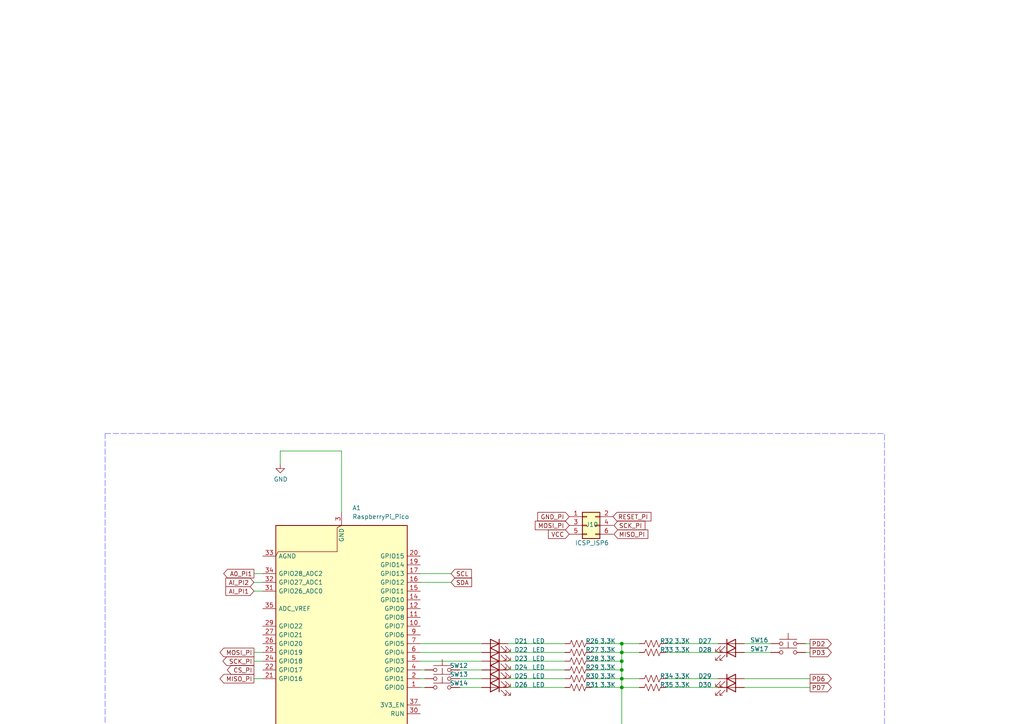
<source format=kicad_sch>
(kicad_sch (version 20250114) (generator "eeschema") (generator_version "9.0")
  (paper "A4")
  (lib_symbols
    (symbol "Connector_Generic:Conn_02x03_Odd_Even" (pin_names (offset 1.016) (hide yes))
      (property "Reference" "J" (at 1.27 5.08 0))
      (property "Value" "Conn_02x03_Odd_Even" (at 1.27 -5.08 0))
      (symbol "Conn_02x03_Odd_Even_1_1"
        (rectangle (start -1.27 3.81) (end 3.81 -3.81) (stroke (width 0.254)) (fill (type background)))
        (rectangle (start -1.27 2.667) (end 0 2.413) (stroke (width 0.1524)))
        (rectangle (start -1.27 0.127) (end 0 -0.127) (stroke (width 0.1524)))
        (rectangle (start -1.27 -2.413) (end 0 -2.667) (stroke (width 0.1524)))
        (rectangle (start 3.81 2.667) (end 2.54 2.413) (stroke (width 0.1524)))
        (rectangle (start 3.81 0.127) (end 2.54 -0.127) (stroke (width 0.1524)))
        (rectangle (start 3.81 -2.413) (end 2.54 -2.667) (stroke (width 0.1524)))
        (pin passive line (at -5.08 2.54 0) (length 3.81) (name "Pin_1") (number "1"))
        (pin passive line (at -5.08 0 0) (length 3.81) (name "Pin_3") (number "3"))
        (pin passive line (at -5.08 -2.54 0) (length 3.81) (name "Pin_5") (number "5"))
        (pin passive line (at 7.62 2.54 180) (length 3.81) (name "Pin_2") (number "2"))
        (pin passive line (at 7.62 0 180) (length 3.81) (name "Pin_4") (number "4"))
        (pin passive line (at 7.62 -2.54 180) (length 3.81) (name "Pin_6") (number "6"))
      )
    )
    (symbol "Device:LED" (pin_numbers (hide yes)) (pin_names (offset 1.016) (hide yes))
      (property "Reference" "D" (at 0 2.54 0))
      (property "Value" "LED" (at 0 -2.54 0))
      (symbol "LED_0_1"
        (polyline (pts (xy -3.048 -0.762) (xy -4.572 -2.286) (xy -3.81 -2.286) (xy -4.572 -2.286) (xy -4.572 -1.524)))
        (polyline (pts (xy -1.778 -0.762) (xy -3.302 -2.286) (xy -2.54 -2.286) (xy -3.302 -2.286) (xy -3.302 -1.524)))
        (polyline (pts (xy -1.27 0) (xy 1.27 0)))
        (polyline (pts (xy -1.27 -1.27) (xy -1.27 1.27)) (stroke (width 0.254)))
        (polyline (pts (xy 1.27 -1.27) (xy 1.27 1.27) (xy -1.27 0) (xy 1.27 -1.27)) (stroke (width 0.254)))
      )
      (symbol "LED_1_1"
        (pin passive line (at -3.81 0 0) (length 2.54) (name "K") (number "1"))
        (pin passive line (at 3.81 0 180) (length 2.54) (name "A") (number "2"))
      )
    )
    (symbol "Device:R_US" (pin_numbers (hide yes)) (pin_names (offset 0))
      (property "Reference" "R" (at 2.54 0 90))
      (property "Value" "R_US" (at -2.54 0 90))
      (symbol "R_US_0_1"
        (polyline (pts (xy 0 2.286) (xy 0 2.54)))
        (polyline (pts (xy 0 2.286) (xy 1.016 1.905) (xy 0 1.524) (xy -1.016 1.143) (xy 0 0.762)))
        (polyline (pts (xy 0 0.762) (xy 1.016 0.381) (xy 0 0) (xy -1.016 -0.381) (xy 0 -0.762)))
        (polyline (pts (xy 0 -0.762) (xy 1.016 -1.143) (xy 0 -1.524) (xy -1.016 -1.905) (xy 0 -2.286)))
        (polyline (pts (xy 0 -2.286) (xy 0 -2.54)))
      )
      (symbol "R_US_1_1"
        (pin passive line (at 0 3.81 270) (length 1.27) (name "~") (number "1"))
        (pin passive line (at 0 -3.81 90) (length 1.27) (name "~") (number "2"))
      )
    )
    (symbol "MCU_Module:RaspberryPi_Pico" (pin_names (offset 0.762))
      (property "Reference" "A" (at -19.05 35.56 0))
      (property "Value" "RaspberryPi_Pico" (at 7.62 35.56 0))
      (symbol "RaspberryPi_Pico_0_1"
        (rectangle (start -19.05 34.29) (end 19.05 -31.75) (stroke (width 0.254)) (fill (type background)))
        (polyline (pts (xy -5.08 34.29) (xy -3.81 33.655) (xy -3.81 31.75) (xy -3.175 31.75)))
        (polyline (pts (xy -3.429 32.766) (xy -3.429 33.02) (xy -3.175 33.02) (xy -3.175 30.48) (xy -2.921 30.48) (xy -2.921 30.734)))
        (polyline (pts (xy -3.175 31.75) (xy -1.905 33.02) (xy -1.905 30.48) (xy -3.175 31.75)))
        (polyline (pts (xy 0 34.29) (xy -1.27 33.655) (xy -1.27 31.75) (xy -1.905 31.75)))
        (polyline (pts (xy 0 -31.75) (xy 1.27 -31.115) (xy 1.27 -24.13) (xy 18.415 -24.13) (xy 19.05 -22.86)))
      )
      (symbol "RaspberryPi_Pico_1_1"
        (pin passive line (at -22.86 22.86 0) (length 3.81) (name "RUN") (number "30"))
        (pin passive line (at -22.86 20.32 0) (length 3.81) (name "3V3_EN") (number "37"))
        (pin bidirectional line (at -22.86 15.24 0) (length 3.81) (name "GPIO0") (number "1"))
        (pin bidirectional line (at -22.86 12.7 0) (length 3.81) (name "GPIO1") (number "2"))
        (pin bidirectional line (at -22.86 10.16 0) (length 3.81) (name "GPIO2") (number "4"))
        (pin bidirectional line (at -22.86 7.62 0) (length 3.81) (name "GPIO3") (number "5"))
        (pin bidirectional line (at -22.86 5.08 0) (length 3.81) (name "GPIO4") (number "6"))
        (pin bidirectional line (at -22.86 2.54 0) (length 3.81) (name "GPIO5") (number "7"))
        (pin bidirectional line (at -22.86 0 0) (length 3.81) (name "GPIO6") (number "9"))
        (pin bidirectional line (at -22.86 -2.54 0) (length 3.81) (name "GPIO7") (number "10"))
        (pin bidirectional line (at -22.86 -5.08 0) (length 3.81) (name "GPIO8") (number "11"))
        (pin bidirectional line (at -22.86 -7.62 0) (length 3.81) (name "GPIO9") (number "12"))
        (pin bidirectional line (at -22.86 -10.16 0) (length 3.81) (name "GPIO10") (number "14"))
        (pin bidirectional line (at -22.86 -12.7 0) (length 3.81) (name "GPIO11") (number "15"))
        (pin bidirectional line (at -22.86 -15.24 0) (length 3.81) (name "GPIO12") (number "16"))
        (pin bidirectional line (at -22.86 -17.78 0) (length 3.81) (name "GPIO13") (number "17"))
        (pin bidirectional line (at -22.86 -20.32 0) (length 3.81) (name "GPIO14") (number "19"))
        (pin bidirectional line (at -22.86 -22.86 0) (length 3.81) (name "GPIO15") (number "20"))
        (pin power_in line (at -5.08 38.1 270) (length 3.81) (name "VSYS") (number "39"))
        (pin power_out line (at 0 38.1 270) (length 3.81) (name "VBUS") (number "40"))
        (pin passive line (at 0 -35.56 90) (length 3.81) (hide yes) (name "GND") (number "13"))
        (pin passive line (at 0 -35.56 90) (length 3.81) (hide yes) (name "GND") (number "18"))
        (pin passive line (at 0 -35.56 90) (length 3.81) (hide yes) (name "GND") (number "23"))
        (pin passive line (at 0 -35.56 90) (length 3.81) (hide yes) (name "GND") (number "28"))
        (pin power_out line (at 0 -35.56 90) (length 3.81) (name "GND") (number "3"))
        (pin passive line (at 0 -35.56 90) (length 3.81) (hide yes) (name "GND") (number "38"))
        (pin passive line (at 0 -35.56 90) (length 3.81) (hide yes) (name "GND") (number "8"))
        (pin power_out line (at 5.08 38.1 270) (length 3.81) (name "3V3") (number "36"))
        (pin bidirectional line (at 22.86 12.7 180) (length 3.81) (name "GPIO16") (number "21"))
        (pin bidirectional line (at 22.86 10.16 180) (length 3.81) (name "GPIO17") (number "22"))
        (pin bidirectional line (at 22.86 7.62 180) (length 3.81) (name "GPIO18") (number "24"))
        (pin bidirectional line (at 22.86 5.08 180) (length 3.81) (name "GPIO19") (number "25"))
        (pin bidirectional line (at 22.86 2.54 180) (length 3.81) (name "GPIO20") (number "26"))
        (pin bidirectional line (at 22.86 0 180) (length 3.81) (name "GPIO21") (number "27"))
        (pin bidirectional line (at 22.86 -2.54 180) (length 3.81) (name "GPIO22") (number "29"))
        (pin power_in line (at 22.86 -7.62 180) (length 3.81) (name "ADC_VREF") (number "35"))
        (pin bidirectional line (at 22.86 -12.7 180) (length 3.81) (name "GPIO26_ADC0") (number "31"))
        (pin bidirectional line (at 22.86 -15.24 180) (length 3.81) (name "GPIO27_ADC1") (number "32"))
        (pin bidirectional line (at 22.86 -17.78 180) (length 3.81) (name "GPIO28_ADC2") (number "34"))
        (pin power_out line (at 22.86 -22.86 180) (length 3.81) (name "AGND") (number "33"))
      )
    )
    (symbol "Regulator_Linear:AMS1117-3.3"
      (property "Reference" "U" (at -3.81 3.175 0))
      (property "Value" "AMS1117-3.3" (at 0 3.175 0))
      (symbol "AMS1117-3.3_0_1"
        (rectangle (start -5.08 -5.08) (end 5.08 1.905) (stroke (width 0.254)) (fill (type background)))
      )
      (symbol "AMS1117-3.3_1_1"
        (pin power_in line (at -7.62 0 0) (length 2.54) (name "VI") (number "3"))
        (pin power_in line (at 0 -7.62 90) (length 2.54) (name "GND") (number "1"))
        (pin power_out line (at 7.62 0 180) (length 2.54) (name "VO") (number "2"))
      )
    )
    (symbol "Switch:SW_DIP_x01" (pin_names (offset 0) (hide yes))
      (property "Reference" "SW" (at 0 3.81 0))
      (property "Value" "SW_DIP_x01" (at 0 -3.81 0))
      (symbol "SW_DIP_x01_0_0"
        (circle (center -2.032 0) (radius 0.508))
        (polyline (pts (xy -1.524 0.127) (xy 2.3622 1.1684)))
        (circle (center 2.032 0) (radius 0.508))
      )
      (symbol "SW_DIP_x01_0_1"
        (rectangle (start -3.81 2.54) (end 3.81 -2.54) (stroke (width 0.254)) (fill (type background)))
      )
      (symbol "SW_DIP_x01_1_1"
        (pin passive line (at -7.62 0 0) (length 5.08) (name "~") (number "1"))
        (pin passive line (at 7.62 0 180) (length 5.08) (name "~") (number "2"))
      )
    )
    (symbol "Switch:SW_Push" (pin_numbers (hide yes)) (pin_names (offset 1.016) (hide yes))
      (property "Reference" "SW" (at 1.27 2.54 0))
      (property "Value" "SW_Push" (at 0 -1.524 0))
      (symbol "SW_Push_0_1"
        (circle (center -2.032 0) (radius 0.508))
        (polyline (pts (xy 0 1.27) (xy 0 3.048)))
        (circle (center 2.032 0) (radius 0.508))
        (polyline (pts (xy 2.54 1.27) (xy -2.54 1.27)))
        (pin passive line (at -5.08 0 0) (length 2.54) (name "1") (number "1"))
        (pin passive line (at 5.08 0 180) (length 2.54) (name "2") (number "2"))
      )
    )
    (symbol "power:GND" (power) (pin_numbers (hide yes)) (pin_names (offset 0) (hide yes))
      (property "Value" "GND" (at 0 -3.81 0))
      (symbol "GND_0_1"
        (polyline (pts (xy 0 0) (xy 0 -1.27) (xy 1.27 -1.27) (xy 0 -2.54) (xy -1.27 -1.27) (xy 0 -1.27)))
      )
      (symbol "GND_1_1"
        (pin power_in line (at 0 0 270) (length 0) (name "~") (number "1"))
      )
    )
    (symbol "power:VCC" (power) (pin_numbers (hide yes)) (pin_names (offset 0) (hide yes))
      (property "Value" "VCC" (at 0 3.556 0))
      (symbol "VCC_0_1"
        (polyline (pts (xy -0.762 1.27) (xy 0 2.54)))
        (polyline (pts (xy 0 2.54) (xy 0.762 1.27)))
        (polyline (pts (xy 0 0) (xy 0 2.54)))
      )
      (symbol "VCC_1_1"
        (pin power_in line (at 0 0 90) (length 0) (name "~") (number "1"))
      )
    )
  )
  (rectangle (start 30.48 125.73) (end 256.54 273.05) (stroke (width 0) (type dash) (color 99 93 255 1)))
  (junction (at 69.85 234.95))
  (junction (at 96.52 256.54))
  (junction (at 180.34 199.39))
  (junction (at 180.34 186.69))
  (junction (at 180.34 191.77))
  (junction (at 180.34 196.85))
  (junction (at 180.34 189.23))
  (junction (at 180.34 194.31))
  (wire (pts (xy 73.66 191.77) (xy 76.2 191.77)))
  (wire (pts (xy 121.92 191.77) (xy 139.7 191.77)))
  (wire (pts (xy 121.92 186.69) (xy 139.7 186.69)))
  (wire (pts (xy 180.34 186.69) (xy 185.42 186.69)))
  (wire (pts (xy 147.32 196.85) (xy 163.83 196.85)))
  (wire (pts (xy 147.32 199.39) (xy 163.83 199.39)))
  (wire (pts (xy 180.34 191.77) (xy 180.34 194.31)))
  (wire (pts (xy 99.06 130.81) (xy 99.06 148.59)))
  (wire (pts (xy 208.28 186.69) (xy 193.04 186.69)))
  (wire (pts (xy 69.85 245.11) (xy 69.85 248.92)))
  (wire (pts (xy 171.45 191.77) (xy 180.34 191.77)))
  (wire (pts (xy 171.45 186.69) (xy 180.34 186.69)))
  (wire (pts (xy 121.92 166.37) (xy 130.81 166.37)))
  (wire (pts (xy 121.92 168.91) (xy 130.81 168.91)))
  (wire (pts (xy 99.06 219.71) (xy 99.06 222.25)))
  (wire (pts (xy 73.66 196.85) (xy 76.2 196.85)))
  (wire (pts (xy 44.45 234.95) (xy 44.45 242.57)))
  (wire (pts (xy 171.45 194.31) (xy 180.34 194.31)))
  (wire (pts (xy 180.34 196.85) (xy 180.34 199.39)))
  (wire (pts (xy 133.35 194.31) (xy 139.7 194.31)))
  (wire (pts (xy 69.85 234.95) (xy 69.85 237.49)))
  (wire (pts (xy 180.34 196.85) (xy 185.42 196.85)))
  (wire (pts (xy 147.32 189.23) (xy 163.83 189.23)))
  (wire (pts (xy 180.34 189.23) (xy 180.34 191.77)))
  (wire (pts (xy 171.45 199.39) (xy 180.34 199.39)))
  (wire (pts (xy 44.45 259.08) (xy 44.45 257.81)))
  (wire (pts (xy 121.92 189.23) (xy 139.7 189.23)))
  (wire (pts (xy 147.32 186.69) (xy 163.83 186.69)))
  (wire (pts (xy 73.66 171.45) (xy 76.2 171.45)))
  (wire (pts (xy 171.45 189.23) (xy 180.34 189.23)))
  (wire (pts (xy 208.28 199.39) (xy 193.04 199.39)))
  (wire (pts (xy 180.34 189.23) (xy 185.42 189.23)))
  (wire (pts (xy 223.52 189.23) (xy 215.9 189.23)))
  (wire (pts (xy 223.52 186.69) (xy 215.9 186.69)))
  (wire (pts (xy 215.9 196.85) (xy 234.95 196.85)))
  (wire (pts (xy 171.45 196.85) (xy 180.34 196.85)))
  (wire (pts (xy 81.28 130.81) (xy 99.06 130.81)))
  (wire (pts (xy 73.66 189.23) (xy 76.2 189.23)))
  (wire (pts (xy 133.35 199.39) (xy 139.7 199.39)))
  (wire (pts (xy 96.52 242.57) (xy 96.52 256.54)))
  (wire (pts (xy 180.34 194.31) (xy 180.34 196.85)))
  (wire (pts (xy 104.14 222.25) (xy 104.14 234.95)))
  (wire (pts (xy 81.28 130.81) (xy 81.28 134.62)))
  (wire (pts (xy 73.66 166.37) (xy 76.2 166.37)))
  (wire (pts (xy 208.28 196.85) (xy 193.04 196.85)))
  (wire (pts (xy 133.35 196.85) (xy 139.7 196.85)))
  (wire (pts (xy 73.66 168.91) (xy 76.2 168.91)))
  (wire (pts (xy 215.9 199.39) (xy 234.95 199.39)))
  (wire (pts (xy 233.68 189.23) (xy 234.95 189.23)))
  (wire (pts (xy 147.32 194.31) (xy 163.83 194.31)))
  (wire (pts (xy 208.28 189.23) (xy 193.04 189.23)))
  (wire (pts (xy 69.85 256.54) (xy 96.52 256.54)))
  (wire (pts (xy 180.34 199.39) (xy 185.42 199.39)))
  (wire (pts (xy 121.92 196.85) (xy 123.19 196.85)))
  (wire (pts (xy 121.92 194.31) (xy 123.19 194.31)))
  (wire (pts (xy 147.32 191.77) (xy 163.83 191.77)))
  (wire (pts (xy 96.52 256.54) (xy 96.52 259.08)))
  (wire (pts (xy 44.45 234.95) (xy 69.85 234.95)))
  (wire (pts (xy 69.85 234.95) (xy 88.9 234.95)))
  (wire (pts (xy 180.34 199.39) (xy 180.34 212.09)))
  (wire (pts (xy 233.68 186.69) (xy 234.95 186.69)))
  (wire (pts (xy 180.34 186.69) (xy 180.34 189.23)))
  (wire (pts (xy 121.92 199.39) (xy 123.19 199.39)))
  (global_label "SCK_PI" (shape output) (at 73.66 191.77 180) (property "Intersheetrefs" "${INTERSHEET_REFS}" (effects (hide yes))))
  (global_label "MISO_PI" (shape input) (at 178.054 154.94 0) (property "Intersheetrefs" "${INTERSHEET_REFS}" (effects (hide yes))))
  (global_label "SDA" (shape input) (at 130.81 168.91 0) (property "Intersheetrefs" "${INTERSHEET_REFS}" (effects (hide yes))))
  (global_label "PD7" (shape output) (at 234.95 199.39 0) (property "Intersheetrefs" "${INTERSHEET_REFS}" (effects (hide yes))))
  (global_label "AI_PI1" (shape input) (at 73.66 171.45 180) (property "Intersheetrefs" "${INTERSHEET_REFS}" (effects (hide yes))))
  (global_label "CS_PI" (shape output) (at 73.66 194.31 180) (property "Intersheetrefs" "${INTERSHEET_REFS}" (effects (hide yes))))
  (global_label "PD3" (shape output) (at 234.95 189.23 0) (property "Intersheetrefs" "${INTERSHEET_REFS}" (effects (hide yes))))
  (global_label "PD6" (shape output) (at 234.95 196.85 0) (property "Intersheetrefs" "${INTERSHEET_REFS}" (effects (hide yes))))
  (global_label "A0_PI1" (shape output) (at 73.66 166.37 180) (property "Intersheetrefs" "${INTERSHEET_REFS}" (effects (hide yes))))
  (global_label "MISO_PI" (shape output) (at 73.66 196.85 180) (property "Intersheetrefs" "${INTERSHEET_REFS}" (effects (hide yes))))
  (global_label "RESET_PI" (shape input) (at 177.8 149.86 0) (property "Intersheetrefs" "${INTERSHEET_REFS}" (effects (hide yes))))
  (global_label "SCL" (shape input) (at 130.81 166.37 0) (property "Intersheetrefs" "${INTERSHEET_REFS}" (effects (hide yes))))
  (global_label "MOSI_PI" (shape input) (at 165.1 152.4 180) (property "Intersheetrefs" "${INTERSHEET_REFS}" (effects (hide yes))))
  (global_label "GND_PI" (shape input) (at 165.1 149.86 180) (property "Intersheetrefs" "${INTERSHEET_REFS}" (effects (hide yes))))
  (global_label "SCK_PI" (shape input) (at 178.054 152.4 0) (property "Intersheetrefs" "${INTERSHEET_REFS}" (effects (hide yes))))
  (global_label "PD2" (shape output) (at 234.95 186.69 0) (property "Intersheetrefs" "${INTERSHEET_REFS}" (effects (hide yes))))
  (global_label "MOSI_PI" (shape output) (at 73.66 189.23 180) (property "Intersheetrefs" "${INTERSHEET_REFS}" (effects (hide yes))))
  (global_label "AI_PI2" (shape input) (at 73.66 168.91 180) (property "Intersheetrefs" "${INTERSHEET_REFS}" (effects (hide yes))))
  (global_label "VCC" (shape input) (at 165.1 154.94 180) (property "Intersheetrefs" "${INTERSHEET_REFS}" (effects (hide yes))))
  (symbol (lib_id "power:GND") (at 81.28 134.62 0) (unit 1)
    (property "Reference" "#PWR023" (effects (hide yes)))
    (property "Value" "GND" (at 81.407 139.0142 0))
  )
  (symbol (lib_id "Switch:SW_Push") (at 228.6 189.23 0) (mirror y) (unit 1)
    (property "Reference" "SW17" (at 220.218 188.214 0))
    (property "Value" "SW_Push" (effects (hide yes)))
    (property "Footprint" "Button_Switch_THT:SW_DIP_SPSTx01_Slide_6.7x4.1mm_W7.62mm_P2.54mm_LowProfile" (effects (hide yes)))
    (property "Description" "Push button switch, generic, two pins" (effects (hide yes)))
  )
  (symbol (lib_id "Switch:SW_Push") (at 128.27 199.39 0) (unit 1)
    (property "Reference" "SW14" (at 133.096 198.12 0))
    (property "Value" "SW_Push" (effects (hide yes)))
    (property "Footprint" "Button_Switch_THT:SW_DIP_SPSTx01_Slide_6.7x4.1mm_W7.62mm_P2.54mm_LowProfile" (effects (hide yes)))
    (property "Description" "Push button switch, generic, two pins" (effects (hide yes)))
  )
  (symbol (lib_id "Device:R_US") (at 167.64 189.23 90) (unit 1)
    (property "Reference" "R27" (at 173.736 188.468 90) (effects (justify left)))
    (property "Value" "3.3K" (at 178.562 188.468 90) (effects (justify left)))
    (property "Footprint" "Resistor_THT:R_Axial_DIN0204_L3.6mm_D1.6mm_P5.08mm_Horizontal" (effects (hide yes)))
  )
  (symbol (lib_id "Switch:SW_Push") (at 128.27 194.31 0) (unit 1)
    (property "Reference" "SW12" (at 133.096 193.04 0))
    (property "Value" "SW_Push" (effects (hide yes)))
    (property "Footprint" "Button_Switch_THT:SW_DIP_SPSTx01_Slide_6.7x4.1mm_W7.62mm_P2.54mm_LowProfile" (effects (hide yes)))
    (property "Description" "Push button switch, generic, two pins" (effects (hide yes)))
  )
  (symbol (lib_id "Device:R_US") (at 167.64 199.39 90) (unit 1)
    (property "Reference" "R31" (at 173.736 198.628 90) (effects (justify left)))
    (property "Value" "3.3K" (at 178.562 198.628 90) (effects (justify left)))
    (property "Footprint" "Resistor_THT:R_Axial_DIN0204_L3.6mm_D1.6mm_P5.08mm_Horizontal" (effects (hide yes)))
  )
  (symbol (lib_id "Device:R_US") (at 189.23 186.69 90) (unit 1)
    (property "Reference" "R32" (at 195.326 185.928 90) (effects (justify left)))
    (property "Value" "3.3K" (at 200.152 185.928 90) (effects (justify left)))
    (property "Footprint" "Resistor_THT:R_Axial_DIN0204_L3.6mm_D1.6mm_P5.08mm_Horizontal" (effects (hide yes)))
  )
  (symbol (lib_id "Device:R_US") (at 69.85 252.73 0) (unit 1)
    (property "Reference" "R45" (at 67.818 252.476 90) (effects (justify left)))
    (property "Value" "3.3K" (at 67.818 259.334 90) (effects (justify left)))
    (property "Footprint" "Resistor_THT:R_Axial_DIN0204_L3.6mm_D1.6mm_P5.08mm_Horizontal" (effects (hide yes)))
  )
  (symbol (lib_id "Device:LED") (at 143.51 199.39 0) (mirror y) (unit 1)
    (property "Reference" "D26" (at 151.13 198.628 0))
    (property "Value" "LED" (at 156.21 198.628 0))
    (property "Footprint" "LED_THT:LED_D3.0mm_Horizontal_O1.27mm_Z2.0mm" (effects (hide yes)))
    (property "Description" "Light emitting diode" (effects (hide yes)))
    (property "Sim.Pins" "1=K 2=A" (effects (hide yes)))
  )
  (symbol (lib_id "power:GND") (at 96.52 259.08 0) (unit 1)
    (property "Reference" "#PWR024" (effects (hide yes)))
    (property "Value" "GND" (at 96.647 263.4742 0))
  )
  (symbol (lib_id "Device:LED") (at 143.51 191.77 0) (mirror y) (unit 1)
    (property "Reference" "D23" (at 151.13 191.008 0))
    (property "Value" "LED" (at 156.21 191.008 0))
    (property "Footprint" "LED_THT:LED_D3.0mm_Horizontal_O1.27mm_Z2.0mm" (effects (hide yes)))
    (property "Description" "Light emitting diode" (effects (hide yes)))
    (property "Sim.Pins" "1=K 2=A" (effects (hide yes)))
  )
  (symbol (lib_id "Device:R_US") (at 167.64 186.69 90) (unit 1)
    (property "Reference" "R26" (at 173.736 185.928 90) (effects (justify left)))
    (property "Value" "3.3K" (at 178.562 185.928 90) (effects (justify left)))
    (property "Footprint" "Resistor_THT:R_Axial_DIN0204_L3.6mm_D1.6mm_P5.08mm_Horizontal" (effects (hide yes)))
  )
  (symbol (lib_id "Device:LED") (at 212.09 186.69 0) (unit 1)
    (property "Reference" "D27" (at 204.47 185.928 0))
    (property "Value" "LED" (effects (hide yes)))
    (property "Footprint" "LED_THT:LED_D3.0mm_Horizontal_O1.27mm_Z2.0mm" (effects (hide yes)))
    (property "Description" "Light emitting diode" (effects (hide yes)))
    (property "Sim.Pins" "1=K 2=A" (effects (hide yes)))
  )
  (symbol (lib_id "Switch:SW_DIP_x01") (at 44.45 250.19 90) (unit 1)
    (property "Reference" "SW21" (at 40.64 252.476 0) (effects (justify left)))
    (property "Value" "SW_DIP_x01" (effects (hide yes)))
    (property "Description" "1x DIP Switch, Single Pole Single Throw (SPST) switch, small symbol" (effects (hide yes)))
  )
  (symbol (lib_id "Device:LED") (at 69.85 241.3 270) (mirror x) (unit 1)
    (property "Reference" "D34" (at 72.39 238.506 0))
    (property "Value" "LED" (at 72.136 243.84 0))
    (property "Footprint" "LED_THT:LED_D3.0mm_Horizontal_O1.27mm_Z2.0mm" (effects (hide yes)))
    (property "Description" "Light emitting diode" (effects (hide yes)))
    (property "Sim.Pins" "1=K 2=A" (effects (hide yes)))
  )
  (symbol (lib_id "Device:LED") (at 212.09 196.85 0) (unit 1)
    (property "Reference" "D29" (at 204.47 196.088 0))
    (property "Value" "LED" (effects (hide yes)))
    (property "Footprint" "LED_THT:LED_D3.0mm_Horizontal_O1.27mm_Z2.0mm" (effects (hide yes)))
    (property "Description" "Light emitting diode" (effects (hide yes)))
    (property "Sim.Pins" "1=K 2=A" (effects (hide yes)))
  )
  (symbol (lib_id "Regulator_Linear:AMS1117-3.3") (at 96.52 234.95 0) (unit 1)
    (property "Reference" "U4" (at 96.52 228.6 0))
    (property "Value" "AMS1117-3.3" (at 96.52 231.14 0))
    (property "Footprint" "Package_TO_SOT_SMD:SOT-223-3_TabPin2" (effects (hide yes)))
    (property "Datasheet" "http://www.advanced-monolithic.com/pdf/ds1117.pdf" (effects (hide yes)))
    (property "Description" "1A Low Dropout regulator, positive, 3.3V fixed output, SOT-223" (effects (hide yes)))
  )
  (symbol (lib_id "Device:LED") (at 143.51 196.85 0) (mirror y) (unit 1)
    (property "Reference" "D25" (at 151.13 196.088 0))
    (property "Value" "LED" (at 156.21 196.088 0))
    (property "Footprint" "LED_THT:LED_D3.0mm_Horizontal_O1.27mm_Z2.0mm" (effects (hide yes)))
    (property "Description" "Light emitting diode" (effects (hide yes)))
    (property "Sim.Pins" "1=K 2=A" (effects (hide yes)))
  )
  (symbol (lib_id "Device:LED") (at 143.51 186.69 0) (mirror y) (unit 1)
    (property "Reference" "D21" (at 151.13 185.928 0))
    (property "Value" "LED" (at 156.21 185.928 0))
    (property "Footprint" "LED_THT:LED_D3.0mm_Horizontal_O1.27mm_Z2.0mm" (effects (hide yes)))
    (property "Description" "Light emitting diode" (effects (hide yes)))
    (property "Sim.Pins" "1=K 2=A" (effects (hide yes)))
  )
  (symbol (lib_id "Device:R_US") (at 189.23 196.85 90) (unit 1)
    (property "Reference" "R34" (at 195.326 196.088 90) (effects (justify left)))
    (property "Value" "3.3K" (at 200.152 196.088 90) (effects (justify left)))
    (property "Footprint" "Resistor_THT:R_Axial_DIN0204_L3.6mm_D1.6mm_P5.08mm_Horizontal" (effects (hide yes)))
  )
  (symbol (lib_id "MCU_Module:RaspberryPi_Pico") (at 99.06 184.15 180) (unit 1)
    (property "Reference" "A1" (at 102.1781 147.32 0) (effects (justify right)))
    (property "Value" "RaspberryPi_Pico" (at 102.1781 149.86 0) (effects (justify right)))
    (property "Footprint" "Module:RaspberryPi_Pico_Common_Unspecified" (effects (hide yes)))
    (property "Datasheet" "https://datasheets.raspberrypi.com/pico/pico-datasheet.pdf" (effects (hide yes)))
    (property "Description" "Versatile and inexpensive microcontroller module powered by RP2040 dual-core Arm Cortex-M0+ processor up to 133 MHz, 264kB SRAM, 2MB QSPI flash; also supports Raspberry Pi Pico 2" (effects (hide yes)))
  )
  (symbol (lib_id "Device:R_US") (at 167.64 194.31 90) (unit 1)
    (property "Reference" "R29" (at 173.736 193.548 90) (effects (justify left)))
    (property "Value" "3.3K" (at 178.562 193.548 90) (effects (justify left)))
    (property "Footprint" "Resistor_THT:R_Axial_DIN0204_L3.6mm_D1.6mm_P5.08mm_Horizontal" (effects (hide yes)))
  )
  (symbol (lib_id "Device:R_US") (at 189.23 199.39 90) (unit 1)
    (property "Reference" "R35" (at 195.326 198.628 90) (effects (justify left)))
    (property "Value" "3.3K" (at 200.152 198.628 90) (effects (justify left)))
    (property "Footprint" "Resistor_THT:R_Axial_DIN0204_L3.6mm_D1.6mm_P5.08mm_Horizontal" (effects (hide yes)))
  )
  (symbol (lib_id "Device:R_US") (at 167.64 196.85 90) (unit 1)
    (property "Reference" "R30" (at 173.736 196.088 90) (effects (justify left)))
    (property "Value" "3.3K" (at 178.562 196.088 90) (effects (justify left)))
    (property "Footprint" "Resistor_THT:R_Axial_DIN0204_L3.6mm_D1.6mm_P5.08mm_Horizontal" (effects (hide yes)))
  )
  (symbol (lib_id "Connector_Generic:Conn_02x03_Odd_Even") (at 170.18 152.4 0) (unit 1)
    (property "Reference" "J10" (at 171.704 152.146 0))
    (property "Value" "ICSP_ISP6" (at 171.704 157.48 0))
    (property "Footprint" "Connector_PinHeader_2.00mm:PinHeader_2x03_P2.00mm_Vertical" (effects (hide yes)))
  )
  (symbol (lib_id "power:GND") (at 180.34 212.09 0) (unit 1)
    (property "Reference" "#PWR028" (effects (hide yes)))
    (property "Value" "GND" (at 180.467 215.3412 90) (effects (justify right)))
  )
  (symbol (lib_id "power:VCC") (at 44.45 259.08 0) (mirror x) (unit 1)
    (property "Reference" "#PWR042" (effects (hide yes)))
    (property "Value" "VCC" (at 44.45 262.89 90) (effects (justify left)))
  )
  (symbol (lib_id "Switch:SW_Push") (at 128.27 196.85 0) (unit 1)
    (property "Reference" "SW13" (at 133.096 195.58 0))
    (property "Value" "SW_Push" (effects (hide yes)))
    (property "Footprint" "Button_Switch_THT:SW_DIP_SPSTx01_Slide_6.7x4.1mm_W7.62mm_P2.54mm_LowProfile" (effects (hide yes)))
    (property "Description" "Push button switch, generic, two pins" (effects (hide yes)))
  )
  (symbol (lib_id "Device:LED") (at 143.51 189.23 0) (mirror y) (unit 1)
    (property "Reference" "D22" (at 151.13 188.468 0))
    (property "Value" "LED" (at 156.21 188.468 0))
    (property "Footprint" "LED_THT:LED_D3.0mm_Horizontal_O1.27mm_Z2.0mm" (effects (hide yes)))
    (property "Description" "Light emitting diode" (effects (hide yes)))
    (property "Sim.Pins" "1=K 2=A" (effects (hide yes)))
  )
  (symbol (lib_id "Device:R_US") (at 189.23 189.23 90) (unit 1)
    (property "Reference" "R33" (at 195.326 188.468 90) (effects (justify left)))
    (property "Value" "3.3K" (at 200.152 188.468 90) (effects (justify left)))
    (property "Footprint" "Resistor_THT:R_Axial_DIN0204_L3.6mm_D1.6mm_P5.08mm_Horizontal" (effects (hide yes)))
  )
  (symbol (lib_id "Device:LED") (at 212.09 199.39 0) (unit 1)
    (property "Reference" "D30" (at 204.47 198.628 0))
    (property "Value" "LED" (effects (hide yes)))
    (property "Footprint" "LED_THT:LED_D3.0mm_Horizontal_O1.27mm_Z2.0mm" (effects (hide yes)))
    (property "Description" "Light emitting diode" (effects (hide yes)))
    (property "Sim.Pins" "1=K 2=A" (effects (hide yes)))
  )
  (symbol (lib_id "Device:LED") (at 143.51 194.31 0) (mirror y) (unit 1)
    (property "Reference" "D24" (at 151.13 193.548 0))
    (property "Value" "LED" (at 156.21 193.548 0))
    (property "Footprint" "LED_THT:LED_D3.0mm_Horizontal_O1.27mm_Z2.0mm" (effects (hide yes)))
    (property "Description" "Light emitting diode" (effects (hide yes)))
    (property "Sim.Pins" "1=K 2=A" (effects (hide yes)))
  )
  (symbol (lib_id "Switch:SW_Push") (at 228.6 186.69 0) (mirror y) (unit 1)
    (property "Reference" "SW16" (at 220.218 185.674 0))
    (property "Value" "SW_Push" (effects (hide yes)))
    (property "Footprint" "Button_Switch_THT:SW_DIP_SPSTx01_Slide_6.7x4.1mm_W7.62mm_P2.54mm_LowProfile" (effects (hide yes)))
    (property "Description" "Push button switch, generic, two pins" (effects (hide yes)))
  )
  (symbol (lib_id "Device:LED") (at 212.09 189.23 0) (unit 1)
    (property "Reference" "D28" (at 204.47 188.468 0))
    (property "Value" "LED" (effects (hide yes)))
    (property "Footprint" "LED_THT:LED_D3.0mm_Horizontal_O1.27mm_Z2.0mm" (effects (hide yes)))
    (property "Description" "Light emitting diode" (effects (hide yes)))
    (property "Sim.Pins" "1=K 2=A" (effects (hide yes)))
  )
  (symbol (lib_id "Device:R_US") (at 167.64 191.77 90) (unit 1)
    (property "Reference" "R28" (at 173.736 191.008 90) (effects (justify left)))
    (property "Value" "3.3K" (at 178.562 191.008 90) (effects (justify left)))
    (property "Footprint" "Resistor_THT:R_Axial_DIN0204_L3.6mm_D1.6mm_P5.08mm_Horizontal" (effects (hide yes)))
  )
)
</source>
